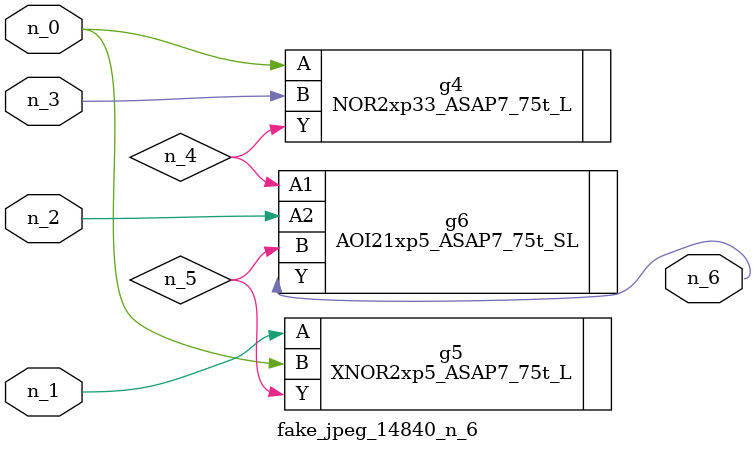
<source format=v>
module fake_jpeg_14840_n_6 (n_0, n_3, n_2, n_1, n_6);

input n_0;
input n_3;
input n_2;
input n_1;

output n_6;

wire n_4;
wire n_5;

NOR2xp33_ASAP7_75t_L g4 ( 
.A(n_0),
.B(n_3),
.Y(n_4)
);

XNOR2xp5_ASAP7_75t_L g5 ( 
.A(n_1),
.B(n_0),
.Y(n_5)
);

AOI21xp5_ASAP7_75t_SL g6 ( 
.A1(n_4),
.A2(n_2),
.B(n_5),
.Y(n_6)
);


endmodule
</source>
